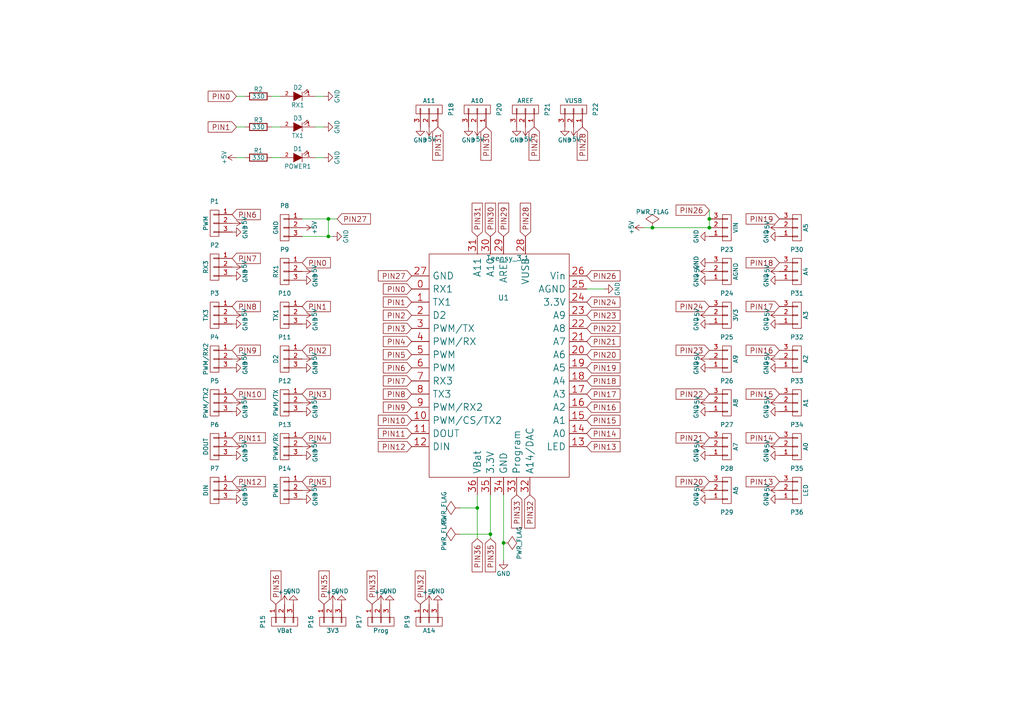
<source format=kicad_sch>
(kicad_sch (version 20230121) (generator eeschema)
  (paper "A4")
  (lib_symbols
    (symbol "TeensyProtoboard-rescue:+5V" (power) (pin_names (offset 0))
      (property "Value" "+5V" (at 0 3.556 0))
      (symbol "+5V_0_1"
        (polyline (pts (xy -0.762 1.27) (xy 0 2.54)))
        (polyline (pts (xy 0 0) (xy 0 2.54)))
        (polyline (pts (xy 0 2.54) (xy 0.762 1.27)))
      )
      (symbol "+5V_1_1"
        (pin power_in line (at 0 0 90) (length 0) hide (name "+5V") (number "1"))
      )
    )
    (symbol "TeensyProtoboard-rescue:CONN_01X03" (pin_names (offset 1.016) hide)
      (property "Reference" "P" (at 0 5.08 0))
      (property "Value" "CONN_01X03" (at 2.54 0 90))
      (symbol "CONN_01X03_0_1"
        (rectangle (start -1.27 -2.413) (end 0.254 -2.667))
        (rectangle (start -1.27 0.127) (end 0.254 -0.127))
        (rectangle (start -1.27 2.667) (end 0.254 2.413))
        (rectangle (start -1.27 3.81) (end 1.27 -3.81))
      )
      (symbol "CONN_01X03_1_1"
        (pin passive line (at -5.08 2.54 0) (length 3.81) (name "P1") (number "1"))
        (pin passive line (at -5.08 0 0) (length 3.81) (name "P2") (number "2"))
        (pin passive line (at -5.08 -2.54 0) (length 3.81) (name "P3") (number "3"))
      )
    )
    (symbol "TeensyProtoboard-rescue:GND" (power) (pin_names (offset 0))
      (property "Value" "GND" (at 0 -3.81 0))
      (symbol "GND_0_1"
        (polyline (pts (xy 0 0) (xy 0 -1.27) (xy 1.27 -1.27) (xy 0 -2.54) (xy -1.27 -1.27) (xy 0 -1.27)))
      )
      (symbol "GND_1_1"
        (pin power_in line (at 0 0 270) (length 0) hide (name "GND") (number "1"))
      )
    )
    (symbol "TeensyProtoboard-rescue:LED" (pin_names (offset 1.016) hide)
      (property "Reference" "D" (at 0 2.54 0))
      (property "Value" "LED" (at 0 -2.54 0))
      (symbol "LED_0_1"
        (polyline (pts (xy -1.27 1.27) (xy -1.27 -1.27)))
        (polyline (pts (xy -2.032 -0.635) (xy -3.175 -1.651) (xy -3.048 -1.016)))
        (polyline (pts (xy -1.651 -1.016) (xy -2.794 -2.032) (xy -2.667 -1.397)))
        (polyline (pts (xy 1.27 1.27) (xy -1.27 0) (xy 1.27 -1.27)) (fill (type outline)))
      )
      (symbol "LED_1_1"
        (pin passive line (at -5.08 0 0) (length 3.81) (name "K") (number "1"))
        (pin passive line (at 5.08 0 180) (length 3.81) (name "A") (number "2"))
      )
    )
    (symbol "TeensyProtoboard-rescue:PWR_FLAG" (power) (pin_numbers hide) (pin_names (offset 0) hide)
      (property "Value" "PWR_FLAG" (at 0 4.572 0))
      (symbol "PWR_FLAG_0_0"
        (pin power_out line (at 0 0 90) (length 0) (name "pwr") (number "1"))
      )
      (symbol "PWR_FLAG_0_1"
        (polyline (pts (xy 0 0) (xy 0 1.27) (xy -1.905 2.54) (xy 0 3.81) (xy 1.905 2.54) (xy 0 1.27)))
      )
    )
    (symbol "TeensyProtoboard-rescue:R" (pin_numbers hide) (pin_names (offset 0))
      (property "Reference" "R" (at 2.032 0 90))
      (property "Value" "R" (at 0 0 90))
      (symbol "R_0_1"
        (rectangle (start -1.016 -2.54) (end 1.016 2.54) (stroke (width 0.254)))
      )
      (symbol "R_1_1"
        (pin passive line (at 0 3.81 270) (length 1.27) (name "~") (number "1"))
        (pin passive line (at 0 -3.81 90) (length 1.27) (name "~") (number "2"))
      )
    )
    (symbol "TeensyProtoboard-rescue:Teensy_3.1_3.2" (pin_names (offset 1.016))
      (property "Reference" "U" (at 17.78 -27.94 0))
      (property "Value" "Teensy_3.1_3.2" (at 1.27 7.62 90))
      (symbol "Teensy_3.1_3.2_0_1"
        (rectangle (start 20.32 -25.4) (end -20.32 39.37))
      )
      (symbol "Teensy_3.1_3.2_1_1"
        (pin bidirectional line (at -25.4 29.21 0) (length 5.0038) (name "RX1") (number "0"))
        (pin bidirectional line (at -25.4 25.4 0) (length 5.0038) (name "TX1") (number "1"))
        (pin bidirectional line (at -25.4 -8.89 0) (length 5.0038) (name "PWM/CS/TX2") (number "10"))
        (pin bidirectional line (at -25.4 -12.7 0) (length 5.0038) (name "DOUT") (number "11"))
        (pin bidirectional line (at -25.4 -16.51 0) (length 5.0038) (name "DIN") (number "12"))
        (pin bidirectional line (at 25.4 -16.51 180) (length 5.0038) (name "LED") (number "13"))
        (pin bidirectional line (at 25.4 -12.7 180) (length 5.0038) (name "A0") (number "14"))
        (pin bidirectional line (at 25.4 -8.89 180) (length 5.0038) (name "A1") (number "15"))
        (pin bidirectional line (at 25.4 -5.08 180) (length 5.0038) (name "A2") (number "16"))
        (pin bidirectional line (at 25.4 -1.27 180) (length 5.0038) (name "A3") (number "17"))
        (pin bidirectional line (at 25.4 2.54 180) (length 5.0038) (name "A4") (number "18"))
        (pin bidirectional line (at 25.4 6.35 180) (length 5.0038) (name "A5") (number "19"))
        (pin bidirectional line (at -25.4 21.59 0) (length 5.0038) (name "D2") (number "2"))
        (pin bidirectional line (at 25.4 10.16 180) (length 5.0038) (name "A6") (number "20"))
        (pin bidirectional line (at 25.4 13.97 180) (length 5.0038) (name "A7") (number "21"))
        (pin bidirectional line (at 25.4 17.78 180) (length 5.0038) (name "A8") (number "22"))
        (pin bidirectional line (at 25.4 21.59 180) (length 5.0038) (name "A9") (number "23"))
        (pin power_out line (at 25.4 25.4 180) (length 5.0038) (name "3.3V") (number "24"))
        (pin power_in line (at 25.4 29.21 180) (length 5.0038) (name "AGND") (number "25"))
        (pin power_in line (at 25.4 33.02 180) (length 5.0038) (name "Vin") (number "26"))
        (pin power_in line (at -25.4 33.02 0) (length 5.0038) (name "GND") (number "27"))
        (pin input line (at 7.62 44.45 270) (length 5.08) (name "VUSB") (number "28"))
        (pin input line (at 1.27 44.45 270) (length 5.08) (name "AREF") (number "29"))
        (pin bidirectional line (at -25.4 17.78 0) (length 5.0038) (name "PWM/TX") (number "3"))
        (pin input line (at -2.54 44.45 270) (length 5.08) (name "A10") (number "30"))
        (pin input line (at -6.35 44.45 270) (length 5.08) (name "A11") (number "31"))
        (pin bidirectional line (at 8.89 -30.48 90) (length 5.0038) (name "A14/DAC") (number "32"))
        (pin bidirectional line (at 5.08 -30.48 90) (length 5.0038) (name "Program") (number "33"))
        (pin power_in line (at 1.27 -30.48 90) (length 5.0038) (name "GND") (number "34"))
        (pin power_in line (at -2.54 -30.48 90) (length 5.0038) (name "3.3V") (number "35"))
        (pin power_in line (at -6.35 -30.48 90) (length 5.0038) (name "VBat") (number "36"))
        (pin bidirectional line (at -25.4 13.97 0) (length 5.0038) (name "PWM/RX") (number "4"))
        (pin bidirectional line (at -25.4 10.16 0) (length 5.0038) (name "PWM") (number "5"))
        (pin bidirectional line (at -25.4 6.35 0) (length 5.0038) (name "PWM") (number "6"))
        (pin bidirectional line (at -25.4 2.54 0) (length 5.0038) (name "RX3") (number "7"))
        (pin bidirectional line (at -25.4 -1.27 0) (length 5.0038) (name "TX3") (number "8"))
        (pin bidirectional line (at -25.4 -5.08 0) (length 5.0038) (name "PWM/RX2") (number "9"))
      )
    )
  )
  (junction (at 205.74 63.5))
  (junction (at 138.43 147.32))
  (junction (at 189.23 66.04))
  (junction (at 95.25 68.58))
  (junction (at 205.74 66.04))
  (junction (at 146.05 157.48))
  (junction (at 142.24 154.94))
  (junction (at 95.25 63.5))
  (wire (pts (xy 78.74 45.72) (xy 81.28 45.72)))
  (wire (pts (xy 146.05 143.51) (xy 146.05 157.48)))
  (wire (pts (xy 142.24 143.51) (xy 142.24 154.94)))
  (wire (pts (xy 91.44 45.72) (xy 93.98 45.72)))
  (wire (pts (xy 95.25 68.58) (xy 87.63 68.58)))
  (wire (pts (xy 91.44 36.83) (xy 93.98 36.83)))
  (wire (pts (xy 95.25 63.5) (xy 97.79 63.5)))
  (wire (pts (xy 142.24 154.94) (xy 142.24 156.21)))
  (wire (pts (xy 133.35 154.94) (xy 142.24 154.94)))
  (wire (pts (xy 186.69 66.04) (xy 189.23 66.04)))
  (wire (pts (xy 68.58 27.94) (xy 71.12 27.94)))
  (wire (pts (xy 78.74 27.94) (xy 81.28 27.94)))
  (wire (pts (xy 68.58 36.83) (xy 71.12 36.83)))
  (wire (pts (xy 78.74 36.83) (xy 81.28 36.83)))
  (wire (pts (xy 138.43 147.32) (xy 138.43 156.21)))
  (wire (pts (xy 189.23 66.04) (xy 205.74 66.04)))
  (wire (pts (xy 138.43 143.51) (xy 138.43 147.32)))
  (wire (pts (xy 96.52 68.58) (xy 95.25 68.58)))
  (wire (pts (xy 205.74 66.04) (xy 205.74 63.5)))
  (wire (pts (xy 175.26 83.82) (xy 170.18 83.82)))
  (wire (pts (xy 133.35 147.32) (xy 138.43 147.32)))
  (wire (pts (xy 95.25 63.5) (xy 95.25 68.58)))
  (wire (pts (xy 87.63 63.5) (xy 95.25 63.5)))
  (wire (pts (xy 91.44 27.94) (xy 93.98 27.94)))
  (wire (pts (xy 68.58 45.72) (xy 71.12 45.72)))
  (wire (pts (xy 146.05 157.48) (xy 146.05 162.56)))
  (wire (pts (xy 205.74 63.5) (xy 205.74 60.96)))
  (global_label "PIN1" (shape input) (at 119.38 87.63 180) (effects (font (size 1.524 1.524))) (property "Intersheetrefs" "${INTERSHEET_REFS}" (effects hide)))
  (global_label "PIN32" (shape input) (at 153.67 143.51 270) (effects (font (size 1.524 1.524))) (property "Intersheetrefs" "${INTERSHEET_REFS}" (effects hide)))
  (global_label "PIN3" (shape input) (at 119.38 95.25 180) (effects (font (size 1.524 1.524))) (property "Intersheetrefs" "${INTERSHEET_REFS}" (effects hide)))
  (global_label "PIN5" (shape input) (at 87.63 139.7 0) (effects (font (size 1.524 1.524))) (property "Intersheetrefs" "${INTERSHEET_REFS}" (effects hide)))
  (global_label "PIN0" (shape input) (at 119.38 83.82 180) (effects (font (size 1.524 1.524))) (property "Intersheetrefs" "${INTERSHEET_REFS}" (effects hide)))
  (global_label "PIN16" (shape input) (at 170.18 118.11 0) (effects (font (size 1.524 1.524))) (property "Intersheetrefs" "${INTERSHEET_REFS}" (effects hide)))
  (global_label "PIN12" (shape input) (at 67.31 139.7 0) (effects (font (size 1.524 1.524))) (property "Intersheetrefs" "${INTERSHEET_REFS}" (effects hide)))
  (global_label "PIN28" (shape input) (at 152.4 68.58 90) (effects (font (size 1.524 1.524))) (property "Intersheetrefs" "${INTERSHEET_REFS}" (effects hide)))
  (global_label "PIN3" (shape input) (at 87.63 114.3 0) (effects (font (size 1.524 1.524))) (property "Intersheetrefs" "${INTERSHEET_REFS}" (effects hide)))
  (global_label "PIN32" (shape input) (at 121.92 175.26 90) (effects (font (size 1.524 1.524))) (property "Intersheetrefs" "${INTERSHEET_REFS}" (effects hide)))
  (global_label "PIN17" (shape input) (at 226.06 88.9 180) (effects (font (size 1.524 1.524))) (property "Intersheetrefs" "${INTERSHEET_REFS}" (effects hide)))
  (global_label "PIN19" (shape input) (at 226.06 63.5 180) (effects (font (size 1.524 1.524))) (property "Intersheetrefs" "${INTERSHEET_REFS}" (effects hide)))
  (global_label "PIN23" (shape input) (at 205.74 101.6 180) (effects (font (size 1.524 1.524))) (property "Intersheetrefs" "${INTERSHEET_REFS}" (effects hide)))
  (global_label "PIN4" (shape input) (at 119.38 99.06 180) (effects (font (size 1.524 1.524))) (property "Intersheetrefs" "${INTERSHEET_REFS}" (effects hide)))
  (global_label "PIN22" (shape input) (at 205.74 114.3 180) (effects (font (size 1.524 1.524))) (property "Intersheetrefs" "${INTERSHEET_REFS}" (effects hide)))
  (global_label "PIN17" (shape input) (at 170.18 114.3 0) (effects (font (size 1.524 1.524))) (property "Intersheetrefs" "${INTERSHEET_REFS}" (effects hide)))
  (global_label "PIN0" (shape input) (at 68.58 27.94 180) (effects (font (size 1.524 1.524))) (property "Intersheetrefs" "${INTERSHEET_REFS}" (effects hide)))
  (global_label "PIN33" (shape input) (at 149.86 143.51 270) (effects (font (size 1.524 1.524))) (property "Intersheetrefs" "${INTERSHEET_REFS}" (effects hide)))
  (global_label "PIN31" (shape input) (at 127 36.83 270) (effects (font (size 1.524 1.524))) (property "Intersheetrefs" "${INTERSHEET_REFS}" (effects hide)))
  (global_label "PIN29" (shape input) (at 154.94 36.83 270) (effects (font (size 1.524 1.524))) (property "Intersheetrefs" "${INTERSHEET_REFS}" (effects hide)))
  (global_label "PIN6" (shape input) (at 67.31 62.23 0) (effects (font (size 1.524 1.524))) (property "Intersheetrefs" "${INTERSHEET_REFS}" (effects hide)))
  (global_label "PIN36" (shape input) (at 80.01 175.26 90) (effects (font (size 1.524 1.524))) (property "Intersheetrefs" "${INTERSHEET_REFS}" (effects hide)))
  (global_label "PIN7" (shape input) (at 119.38 110.49 180) (effects (font (size 1.524 1.524))) (property "Intersheetrefs" "${INTERSHEET_REFS}" (effects hide)))
  (global_label "PIN27" (shape input) (at 119.38 80.01 180) (effects (font (size 1.524 1.524))) (property "Intersheetrefs" "${INTERSHEET_REFS}" (effects hide)))
  (global_label "PIN31" (shape input) (at 138.43 68.58 90) (effects (font (size 1.524 1.524))) (property "Intersheetrefs" "${INTERSHEET_REFS}" (effects hide)))
  (global_label "PIN18" (shape input) (at 170.18 110.49 0) (effects (font (size 1.524 1.524))) (property "Intersheetrefs" "${INTERSHEET_REFS}" (effects hide)))
  (global_label "PIN14" (shape input) (at 226.06 127 180) (effects (font (size 1.524 1.524))) (property "Intersheetrefs" "${INTERSHEET_REFS}" (effects hide)))
  (global_label "PIN1" (shape input) (at 87.63 88.9 0) (effects (font (size 1.524 1.524))) (property "Intersheetrefs" "${INTERSHEET_REFS}" (effects hide)))
  (global_label "PIN13" (shape input) (at 170.18 129.54 0) (effects (font (size 1.524 1.524))) (property "Intersheetrefs" "${INTERSHEET_REFS}" (effects hide)))
  (global_label "PIN16" (shape input) (at 226.06 101.6 180) (effects (font (size 1.524 1.524))) (property "Intersheetrefs" "${INTERSHEET_REFS}" (effects hide)))
  (global_label "PIN36" (shape input) (at 138.43 156.21 270) (effects (font (size 1.524 1.524))) (property "Intersheetrefs" "${INTERSHEET_REFS}" (effects hide)))
  (global_label "PIN24" (shape input) (at 205.74 88.9 180) (effects (font (size 1.524 1.524))) (property "Intersheetrefs" "${INTERSHEET_REFS}" (effects hide)))
  (global_label "PIN5" (shape input) (at 119.38 102.87 180) (effects (font (size 1.524 1.524))) (property "Intersheetrefs" "${INTERSHEET_REFS}" (effects hide)))
  (global_label "PIN0" (shape input) (at 87.63 76.2 0) (effects (font (size 1.524 1.524))) (property "Intersheetrefs" "${INTERSHEET_REFS}" (effects hide)))
  (global_label "PIN33" (shape input) (at 107.95 175.26 90) (effects (font (size 1.524 1.524))) (property "Intersheetrefs" "${INTERSHEET_REFS}" (effects hide)))
  (global_label "PIN10" (shape input) (at 119.38 121.92 180) (effects (font (size 1.524 1.524))) (property "Intersheetrefs" "${INTERSHEET_REFS}" (effects hide)))
  (global_label "PIN20" (shape input) (at 170.18 102.87 0) (effects (font (size 1.524 1.524))) (property "Intersheetrefs" "${INTERSHEET_REFS}" (effects hide)))
  (global_label "PIN11" (shape input) (at 67.31 127 0) (effects (font (size 1.524 1.524))) (property "Intersheetrefs" "${INTERSHEET_REFS}" (effects hide)))
  (global_label "PIN15" (shape input) (at 226.06 114.3 180) (effects (font (size 1.524 1.524))) (property "Intersheetrefs" "${INTERSHEET_REFS}" (effects hide)))
  (global_label "PIN21" (shape input) (at 170.18 99.06 0) (effects (font (size 1.524 1.524))) (property "Intersheetrefs" "${INTERSHEET_REFS}" (effects hide)))
  (global_label "PIN28" (shape input) (at 168.91 36.83 270) (effects (font (size 1.524 1.524))) (property "Intersheetrefs" "${INTERSHEET_REFS}" (effects hide)))
  (global_label "PIN12" (shape input) (at 119.38 129.54 180) (effects (font (size 1.524 1.524))) (property "Intersheetrefs" "${INTERSHEET_REFS}" (effects hide)))
  (global_label "PIN30" (shape input) (at 140.97 36.83 270) (effects (font (size 1.524 1.524))) (property "Intersheetrefs" "${INTERSHEET_REFS}" (effects hide)))
  (global_label "PIN9" (shape input) (at 67.31 101.6 0) (effects (font (size 1.524 1.524))) (property "Intersheetrefs" "${INTERSHEET_REFS}" (effects hide)))
  (global_label "PIN26" (shape input) (at 205.74 60.96 180) (effects (font (size 1.524 1.524))) (property "Intersheetrefs" "${INTERSHEET_REFS}" (effects hide)))
  (global_label "PIN10" (shape input) (at 67.31 114.3 0) (effects (font (size 1.524 1.524))) (property "Intersheetrefs" "${INTERSHEET_REFS}" (effects hide)))
  (global_label "PIN14" (shape input) (at 170.18 125.73 0) (effects (font (size 1.524 1.524))) (property "Intersheetrefs" "${INTERSHEET_REFS}" (effects hide)))
  (global_label "PIN23" (shape input) (at 170.18 91.44 0) (effects (font (size 1.524 1.524))) (property "Intersheetrefs" "${INTERSHEET_REFS}" (effects hide)))
  (global_label "PIN22" (shape input) (at 170.18 95.25 0) (effects (font (size 1.524 1.524))) (property "Intersheetrefs" "${INTERSHEET_REFS}" (effects hide)))
  (global_label "PIN2" (shape input) (at 119.38 91.44 180) (effects (font (size 1.524 1.524))) (property "Intersheetrefs" "${INTERSHEET_REFS}" (effects hide)))
  (global_label "PIN26" (shape input) (at 170.18 80.01 0) (effects (font (size 1.524 1.524))) (property "Intersheetrefs" "${INTERSHEET_REFS}" (effects hide)))
  (global_label "PIN13" (shape input) (at 226.06 139.7 180) (effects (font (size 1.524 1.524))) (property "Intersheetrefs" "${INTERSHEET_REFS}" (effects hide)))
  (global_label "PIN24" (shape input) (at 170.18 87.63 0) (effects (font (size 1.524 1.524))) (property "Intersheetrefs" "${INTERSHEET_REFS}" (effects hide)))
  (global_label "PIN18" (shape input) (at 226.06 76.2 180) (effects (font (size 1.524 1.524))) (property "Intersheetrefs" "${INTERSHEET_REFS}" (effects hide)))
  (global_label "PIN9" (shape input) (at 119.38 118.11 180) (effects (font (size 1.524 1.524))) (property "Intersheetrefs" "${INTERSHEET_REFS}" (effects hide)))
  (global_label "PIN6" (shape input) (at 119.38 106.68 180) (effects (font (size 1.524 1.524))) (property "Intersheetrefs" "${INTERSHEET_REFS}" (effects hide)))
  (global_label "PIN4" (shape input) (at 87.63 127 0) (effects (font (size 1.524 1.524))) (property "Intersheetrefs" "${INTERSHEET_REFS}" (effects hide)))
  (global_label "PIN21" (shape input) (at 205.74 127 180) (effects (font (size 1.524 1.524))) (property "Intersheetrefs" "${INTERSHEET_REFS}" (effects hide)))
  (global_label "PIN27" (shape input) (at 97.79 63.5 0) (effects (font (size 1.524 1.524))) (property "Intersheetrefs" "${INTERSHEET_REFS}" (effects hide)))
  (global_label "PIN20" (shape input) (at 205.74 139.7 180) (effects (font (size 1.524 1.524))) (property "Intersheetrefs" "${INTERSHEET_REFS}" (effects hide)))
  (global_label "PIN15" (shape input) (at 170.18 121.92 0) (effects (font (size 1.524 1.524))) (property "Intersheetrefs" "${INTERSHEET_REFS}" (effects hide)))
  (global_label "PIN29" (shape input) (at 146.05 68.58 90) (effects (font (size 1.524 1.524))) (property "Intersheetrefs" "${INTERSHEET_REFS}" (effects hide)))
  (global_label "PIN30" (shape input) (at 142.24 68.58 90) (effects (font (size 1.524 1.524))) (property "Intersheetrefs" "${INTERSHEET_REFS}" (effects hide)))
  (global_label "PIN19" (shape input) (at 170.18 106.68 0) (effects (font (size 1.524 1.524))) (property "Intersheetrefs" "${INTERSHEET_REFS}" (effects hide)))
  (global_label "PIN35" (shape input) (at 93.98 175.26 90) (effects (font (size 1.524 1.524))) (property "Intersheetrefs" "${INTERSHEET_REFS}" (effects hide)))
  (global_label "PIN1" (shape input) (at 68.58 36.83 180) (effects (font (size 1.524 1.524))) (property "Intersheetrefs" "${INTERSHEET_REFS}" (effects hide)))
  (global_label "PIN8" (shape input) (at 67.31 88.9 0) (effects (font (size 1.524 1.524))) (property "Intersheetrefs" "${INTERSHEET_REFS}" (effects hide)))
  (global_label "PIN35" (shape input) (at 142.24 156.21 270) (effects (font (size 1.524 1.524))) (property "Intersheetrefs" "${INTERSHEET_REFS}" (effects hide)))
  (global_label "PIN11" (shape input) (at 119.38 125.73 180) (effects (font (size 1.524 1.524))) (property "Intersheetrefs" "${INTERSHEET_REFS}" (effects hide)))
  (global_label "PIN8" (shape input) (at 119.38 114.3 180) (effects (font (size 1.524 1.524))) (property "Intersheetrefs" "${INTERSHEET_REFS}" (effects hide)))
  (global_label "PIN7" (shape input) (at 67.31 74.93 0) (effects (font (size 1.524 1.524))) (property "Intersheetrefs" "${INTERSHEET_REFS}" (effects hide)))
  (global_label "PIN2" (shape input) (at 87.63 101.6 0) (effects (font (size 1.524 1.524))) (property "Intersheetrefs" "${INTERSHEET_REFS}" (effects hide)))
  (symbol (lib_id "TeensyProtoboard-rescue:Teensy_3.1_3.2") (at 144.78 113.03 0) (unit 1)
    (property "Reference" "U1" (at 146.05 86.36 0) (effects (font (size 1.524 1.524))))
    (property "Value" "Teensy_3.1" (at 147.32 74.93 0) (effects (font (size 1.524 1.524))))
    (property "Footprint" "NorBotKiCadFootprints:Teensy-3.1_3.2" (effects hide))
  )
  (symbol (lib_id "TeensyProtoboard-rescue:CONN_01X03") (at 62.23 64.77 0) (mirror y) (unit 1)
    (property "Reference" "P1" (at 62.23 58.42 0))
    (property "Value" "PWM" (at 59.69 64.77 90))
    (property "Footprint" "Pin_Headers:Pin_Header_Straight_1x03" (effects hide))
  )
  (symbol (lib_id "TeensyProtoboard-rescue:GND") (at 96.52 68.58 90) (unit 1)
    (property "Reference" "#PWR01" (effects hide))
    (property "Value" "GND" (at 100.33 68.58 0))
  )
  (symbol (lib_id "TeensyProtoboard-rescue:GND") (at 87.63 81.28 90) (unit 1)
    (property "Reference" "#PWR02" (effects hide))
    (property "Value" "GND" (at 91.44 81.28 0))
  )
  (symbol (lib_id "TeensyProtoboard-rescue:GND") (at 87.63 93.98 90) (unit 1)
    (property "Reference" "#PWR03" (effects hide))
    (property "Value" "GND" (at 91.44 93.98 0))
  )
  (symbol (lib_id "TeensyProtoboard-rescue:GND") (at 87.63 106.68 90) (unit 1)
    (property "Reference" "#PWR04" (effects hide))
    (property "Value" "GND" (at 91.44 106.68 0))
  )
  (symbol (lib_id "TeensyProtoboard-rescue:GND") (at 87.63 119.38 90) (unit 1)
    (property "Reference" "#PWR05" (effects hide))
    (property "Value" "GND" (at 91.44 119.38 0))
  )
  (symbol (lib_id "TeensyProtoboard-rescue:GND") (at 87.63 132.08 90) (unit 1)
    (property "Reference" "#PWR06" (effects hide))
    (property "Value" "GND" (at 91.44 132.08 0))
  )
  (symbol (lib_id "TeensyProtoboard-rescue:GND") (at 87.63 144.78 90) (unit 1)
    (property "Reference" "#PWR07" (effects hide))
    (property "Value" "GND" (at 91.44 144.78 0))
  )
  (symbol (lib_id "TeensyProtoboard-rescue:GND") (at 67.31 144.78 90) (unit 1)
    (property "Reference" "#PWR08" (effects hide))
    (property "Value" "GND" (at 71.12 144.78 0))
  )
  (symbol (lib_id "TeensyProtoboard-rescue:GND") (at 67.31 132.08 90) (unit 1)
    (property "Reference" "#PWR09" (effects hide))
    (property "Value" "GND" (at 71.12 132.08 0))
  )
  (symbol (lib_id "TeensyProtoboard-rescue:GND") (at 67.31 119.38 90) (unit 1)
    (property "Reference" "#PWR010" (effects hide))
    (property "Value" "GND" (at 71.12 119.38 0))
  )
  (symbol (lib_id "TeensyProtoboard-rescue:GND") (at 67.31 106.68 90) (unit 1)
    (property "Reference" "#PWR011" (effects hide))
    (property "Value" "GND" (at 71.12 106.68 0))
  )
  (symbol (lib_id "TeensyProtoboard-rescue:GND") (at 67.31 93.98 90) (unit 1)
    (property "Reference" "#PWR012" (effects hide))
    (property "Value" "GND" (at 71.12 93.98 0))
  )
  (symbol (lib_id "TeensyProtoboard-rescue:GND") (at 67.31 80.01 90) (unit 1)
    (property "Reference" "#PWR013" (effects hide))
    (property "Value" "GND" (at 71.12 80.01 0))
  )
  (symbol (lib_id "TeensyProtoboard-rescue:GND") (at 67.31 67.31 90) (unit 1)
    (property "Reference" "#PWR014" (effects hide))
    (property "Value" "GND" (at 71.12 67.31 0))
  )
  (symbol (lib_id "TeensyProtoboard-rescue:GND") (at 205.74 68.58 270) (unit 1)
    (property "Reference" "#PWR015" (effects hide))
    (property "Value" "GND" (at 201.93 68.58 0))
  )
  (symbol (lib_id "TeensyProtoboard-rescue:GND") (at 205.74 81.28 270) (unit 1)
    (property "Reference" "#PWR016" (effects hide))
    (property "Value" "GND" (at 201.93 81.28 0))
  )
  (symbol (lib_id "TeensyProtoboard-rescue:GND") (at 205.74 93.98 270) (unit 1)
    (property "Reference" "#PWR017" (effects hide))
    (property "Value" "GND" (at 201.93 93.98 0))
  )
  (symbol (lib_id "TeensyProtoboard-rescue:GND") (at 205.74 106.68 270) (unit 1)
    (property "Reference" "#PWR018" (effects hide))
    (property "Value" "GND" (at 201.93 106.68 0))
  )
  (symbol (lib_id "TeensyProtoboard-rescue:GND") (at 205.74 119.38 270) (unit 1)
    (property "Reference" "#PWR019" (effects hide))
    (property "Value" "GND" (at 201.93 119.38 0))
  )
  (symbol (lib_id "TeensyProtoboard-rescue:GND") (at 205.74 132.08 270) (unit 1)
    (property "Reference" "#PWR020" (effects hide))
    (property "Value" "GND" (at 201.93 132.08 0))
  )
  (symbol (lib_id "TeensyProtoboard-rescue:GND") (at 205.74 144.78 270) (unit 1)
    (property "Reference" "#PWR021" (effects hide))
    (property "Value" "GND" (at 201.93 144.78 0))
  )
  (symbol (lib_id "TeensyProtoboard-rescue:GND") (at 226.06 144.78 270) (unit 1)
    (property "Reference" "#PWR022" (effects hide))
    (property "Value" "GND" (at 222.25 144.78 0))
  )
  (symbol (lib_id "TeensyProtoboard-rescue:GND") (at 226.06 132.08 270) (unit 1)
    (property "Reference" "#PWR023" (effects hide))
    (property "Value" "GND" (at 222.25 132.08 0))
  )
  (symbol (lib_id "TeensyProtoboard-rescue:GND") (at 226.06 119.38 270) (unit 1)
    (property "Reference" "#PWR024" (effects hide))
    (property "Value" "GND" (at 222.25 119.38 0))
  )
  (symbol (lib_id "TeensyProtoboard-rescue:GND") (at 226.06 106.68 270) (unit 1)
    (property "Reference" "#PWR025" (effects hide))
    (property "Value" "GND" (at 222.25 106.68 0))
  )
  (symbol (lib_id "TeensyProtoboard-rescue:GND") (at 226.06 93.98 270) (unit 1)
    (property "Reference" "#PWR026" (effects hide))
    (property "Value" "GND" (at 222.25 93.98 0))
  )
  (symbol (lib_id "TeensyProtoboard-rescue:GND") (at 226.06 81.28 270) (unit 1)
    (property "Reference" "#PWR027" (effects hide))
    (property "Value" "GND" (at 222.25 81.28 0))
  )
  (symbol (lib_id "TeensyProtoboard-rescue:GND") (at 226.06 68.58 270) (unit 1)
    (property "Reference" "#PWR028" (effects hide))
    (property "Value" "GND" (at 222.25 68.58 0))
  )
  (symbol (lib_id "TeensyProtoboard-rescue:+5V") (at 87.63 66.04 270) (unit 1)
    (property "Reference" "#PWR029" (effects hide))
    (property "Value" "+5V" (at 91.186 66.04 0))
  )
  (symbol (lib_id "TeensyProtoboard-rescue:+5V") (at 87.63 78.74 270) (unit 1)
    (property "Reference" "#PWR030" (effects hide))
    (property "Value" "+5V" (at 91.186 78.74 0))
  )
  (symbol (lib_id "TeensyProtoboard-rescue:+5V") (at 87.63 91.44 270) (unit 1)
    (property "Reference" "#PWR031" (effects hide))
    (property "Value" "+5V" (at 91.186 91.44 0))
  )
  (symbol (lib_id "TeensyProtoboard-rescue:+5V") (at 87.63 104.14 270) (unit 1)
    (property "Reference" "#PWR032" (effects hide))
    (property "Value" "+5V" (at 91.186 104.14 0))
  )
  (symbol (lib_id "TeensyProtoboard-rescue:+5V") (at 87.63 116.84 270) (unit 1)
    (property "Reference" "#PWR033" (effects hide))
    (property "Value" "+5V" (at 91.186 116.84 0))
  )
  (symbol (lib_id "TeensyProtoboard-rescue:+5V") (at 87.63 129.54 270) (unit 1)
    (property "Reference" "#PWR034" (effects hide))
    (property "Value" "+5V" (at 91.186 129.54 0))
  )
  (symbol (lib_id "TeensyProtoboard-rescue:+5V") (at 87.63 142.24 270) (unit 1)
    (property "Reference" "#PWR035" (effects hide))
    (property "Value" "+5V" (at 91.186 142.24 0))
  )
  (symbol (lib_id "TeensyProtoboard-rescue:+5V") (at 67.31 142.24 270) (unit 1)
    (property "Reference" "#PWR036" (effects hide))
    (property "Value" "+5V" (at 70.866 142.24 0))
  )
  (symbol (lib_id "TeensyProtoboard-rescue:+5V") (at 67.31 129.54 270) (unit 1)
    (property "Reference" "#PWR037" (effects hide))
    (property "Value" "+5V" (at 70.866 129.54 0))
  )
  (symbol (lib_id "TeensyProtoboard-rescue:+5V") (at 67.31 116.84 270) (unit 1)
    (property "Reference" "#PWR038" (effects hide))
    (property "Value" "+5V" (at 70.866 116.84 0))
  )
  (symbol (lib_id "TeensyProtoboard-rescue:+5V") (at 67.31 104.14 270) (unit 1)
    (property "Reference" "#PWR039" (effects hide))
    (property "Value" "+5V" (at 70.866 104.14 0))
  )
  (symbol (lib_id "TeensyProtoboard-rescue:+5V") (at 67.31 91.44 270) (unit 1)
    (property "Reference" "#PWR040" (effects hide))
    (property "Value" "+5V" (at 70.866 91.44 0))
  )
  (symbol (lib_id "TeensyProtoboard-rescue:+5V") (at 67.31 77.47 270) (unit 1)
    (property "Reference" "#PWR041" (effects hide))
    (property "Value" "+5V" (at 70.866 77.47 0))
  )
  (symbol (lib_id "TeensyProtoboard-rescue:+5V") (at 67.31 64.77 270) (unit 1)
    (property "Reference" "#PWR042" (effects hide))
    (property "Value" "+5V" (at 70.866 64.77 0))
  )
  (symbol (lib_id "TeensyProtoboard-rescue:+5V") (at 186.69 66.04 90) (unit 1)
    (property "Reference" "#PWR043" (effects hide))
    (property "Value" "+5V" (at 183.134 66.04 0))
  )
  (symbol (lib_id "TeensyProtoboard-rescue:+5V") (at 205.74 78.74 90) (unit 1)
    (property "Reference" "#PWR044" (effects hide))
    (property "Value" "+5V" (at 202.184 78.74 0))
  )
  (symbol (lib_id "TeensyProtoboard-rescue:+5V") (at 205.74 91.44 90) (unit 1)
    (property "Reference" "#PWR045" (effects hide))
    (property "Value" "+5V" (at 202.184 91.44 0))
  )
  (symbol (lib_id "TeensyProtoboard-rescue:+5V") (at 205.74 104.14 90) (unit 1)
    (property "Reference" "#PWR046" (effects hide))
    (property "Value" "+5V" (at 202.184 104.14 0))
  )
  (symbol (lib_id "TeensyProtoboard-rescue:+5V") (at 205.74 116.84 90) (unit 1)
    (property "Reference" "#PWR047" (effects hide))
    (property "Value" "+5V" (at 202.184 116.84 0))
  )
  (symbol (lib_id "TeensyProtoboard-rescue:+5V") (at 205.74 129.54 90) (unit 1)
    (property "Reference" "#PWR048" (effects hide))
    (property "Value" "+5V" (at 202.184 129.54 0))
  )
  (symbol (lib_id "TeensyProtoboard-rescue:+5V") (at 205.74 142.24 90) (unit 1)
    (property "Reference" "#PWR049" (effects hide))
    (property "Value" "+5V" (at 202.184 142.24 0))
  )
  (symbol (lib_id "TeensyProtoboard-rescue:+5V") (at 226.06 142.24 90) (unit 1)
    (property "Reference" "#PWR050" (effects hide))
    (property "Value" "+5V" (at 222.504 142.24 0))
  )
  (symbol (lib_id "TeensyProtoboard-rescue:+5V") (at 226.06 129.54 90) (unit 1)
    (property "Reference" "#PWR051" (effects hide))
    (property "Value" "+5V" (at 222.504 129.54 0))
  )
  (symbol (lib_id "TeensyProtoboard-rescue:+5V") (at 226.06 116.84 90) (unit 1)
    (property "Reference" "#PWR052" (effects hide))
    (property "Value" "+5V" (at 222.504 116.84 0))
  )
  (symbol (lib_id "TeensyProtoboard-rescue:+5V") (at 226.06 104.14 90) (unit 1)
    (property "Reference" "#PWR053" (effects hide))
    (property "Value" "+5V" (at 222.504 104.14 0))
  )
  (symbol (lib_id "TeensyProtoboard-rescue:+5V") (at 226.06 91.44 90) (unit 1)
    (property "Reference" "#PWR054" (effects hide))
    (property "Value" "+5V" (at 222.504 91.44 0))
  )
  (symbol (lib_id "TeensyProtoboard-rescue:+5V") (at 226.06 78.74 90) (unit 1)
    (property "Reference" "#PWR055" (effects hide))
    (property "Value" "+5V" (at 222.504 78.74 0))
  )
  (symbol (lib_id "TeensyProtoboard-rescue:+5V") (at 226.06 66.04 90) (unit 1)
    (property "Reference" "#PWR056" (effects hide))
    (property "Value" "+5V" (at 222.504 66.04 0))
  )
  (symbol (lib_id "TeensyProtoboard-rescue:GND") (at 146.05 162.56 0) (unit 1)
    (property "Reference" "#PWR057" (effects hide))
    (property "Value" "GND" (at 146.05 166.37 0))
  )
  (symbol (lib_id "TeensyProtoboard-rescue:PWR_FLAG") (at 146.05 157.48 270) (unit 1)
    (property "Reference" "#FLG058" (effects hide))
    (property "Value" "PWR_FLAG" (at 150.622 157.48 0))
  )
  (symbol (lib_id "TeensyProtoboard-rescue:GND") (at 127 175.26 180) (unit 1)
    (property "Reference" "#PWR059" (effects hide))
    (property "Value" "GND" (at 127 171.45 0))
  )
  (symbol (lib_id "TeensyProtoboard-rescue:GND") (at 113.03 175.26 180) (unit 1)
    (property "Reference" "#PWR060" (effects hide))
    (property "Value" "GND" (at 113.03 171.45 0))
  )
  (symbol (lib_id "TeensyProtoboard-rescue:GND") (at 99.06 175.26 180) (unit 1)
    (property "Reference" "#PWR061" (effects hide))
    (property "Value" "GND" (at 99.06 171.45 0))
  )
  (symbol (lib_id "TeensyProtoboard-rescue:GND") (at 85.09 175.26 180) (unit 1)
    (property "Reference" "#PWR062" (effects hide))
    (property "Value" "GND" (at 85.09 171.45 0))
  )
  (symbol (lib_id "TeensyProtoboard-rescue:+5V") (at 82.55 175.26 0) (unit 1)
    (property "Reference" "#PWR063" (effects hide))
    (property "Value" "+5V" (at 82.55 171.704 0))
  )
  (symbol (lib_id "TeensyProtoboard-rescue:+5V") (at 96.52 175.26 0) (unit 1)
    (property "Reference" "#PWR064" (effects hide))
    (property "Value" "+5V" (at 96.52 171.704 0))
  )
  (symbol (lib_id "TeensyProtoboard-rescue:+5V") (at 110.49 175.26 0) (unit 1)
    (property "Reference" "#PWR081" (effects hide))
    (property "Value" "+5V" (at 110.49 171.704 0))
  )
  (symbol (lib_id "TeensyProtoboard-rescue:+5V") (at 124.46 175.26 0) (unit 1)
    (property "Reference" "#PWR065" (effects hide))
    (property "Value" "+5V" (at 124.46 171.704 0))
  )
  (symbol (lib_id "TeensyProtoboard-rescue:PWR_FLAG") (at 189.23 66.04 0) (unit 1)
    (property "Reference" "#FLG066" (effects hide))
    (property "Value" "PWR_FLAG" (at 189.23 61.468 0))
  )
  (symbol (lib_id "TeensyProtoboard-rescue:+5V") (at 68.58 45.72 90) (unit 1)
    (property "Reference" "#PWR067" (effects hide))
    (property "Value" "+5V" (at 65.024 45.72 0))
  )
  (symbol (lib_id "TeensyProtoboard-rescue:R") (at 74.93 45.72 90) (unit 1)
    (property "Reference" "R1" (at 74.93 43.688 90))
    (property "Value" "330" (at 74.93 45.72 90))
    (property "Footprint" "Resistors_SMD:R_0805_HandSoldering" (effects hide))
  )
  (symbol (lib_id "TeensyProtoboard-rescue:LED") (at 86.36 45.72 180) (unit 1)
    (property "Reference" "POWER1" (at 86.36 48.26 0))
    (property "Value" "D1" (at 86.36 43.18 0))
    (property "Footprint" "Diodes_SMD:SMB_Standard" (effects hide))
  )
  (symbol (lib_id "TeensyProtoboard-rescue:GND") (at 93.98 45.72 90) (unit 1)
    (property "Reference" "#PWR068" (effects hide))
    (property "Value" "GND" (at 97.79 45.72 0))
  )
  (symbol (lib_id "TeensyProtoboard-rescue:GND") (at 205.74 76.2 270) (unit 1)
    (property "Reference" "#PWR069" (effects hide))
    (property "Value" "GND" (at 201.93 76.2 0))
  )
  (symbol (lib_id "TeensyProtoboard-rescue:GND") (at 175.26 83.82 90) (unit 1)
    (property "Reference" "#PWR070" (effects hide))
    (property "Value" "GND" (at 179.07 83.82 0))
  )
  (symbol (lib_id "TeensyProtoboard-rescue:PWR_FLAG") (at 133.35 147.32 90) (unit 1)
    (property "Reference" "#FLG071" (effects hide))
    (property "Value" "PWR_FLAG" (at 128.778 147.32 0))
  )
  (symbol (lib_id "TeensyProtoboard-rescue:PWR_FLAG") (at 133.35 154.94 90) (unit 1)
    (property "Reference" "#FLG072" (effects hide))
    (property "Value" "PWR_FLAG" (at 128.778 154.94 0))
  )
  (symbol (lib_id "TeensyProtoboard-rescue:GND") (at 121.92 36.83 0) (unit 1)
    (property "Reference" "#PWR073" (effects hide))
    (property "Value" "GND" (at 121.92 40.64 0))
  )
  (symbol (lib_id "TeensyProtoboard-rescue:+5V") (at 124.46 36.83 180) (unit 1)
    (property "Reference" "#PWR074" (effects hide))
    (property "Value" "+5V" (at 124.46 40.386 0))
  )
  (symbol (lib_id "TeensyProtoboard-rescue:GND") (at 135.89 36.83 0) (unit 1)
    (property "Reference" "#PWR075" (effects hide))
    (property "Value" "GND" (at 135.89 40.64 0))
  )
  (symbol (lib_id "TeensyProtoboard-rescue:GND") (at 149.86 36.83 0) (unit 1)
    (property "Reference" "#PWR076" (effects hide))
    (property "Value" "GND" (at 149.86 40.64 0))
  )
  (symbol (lib_id "TeensyProtoboard-rescue:GND") (at 163.83 36.83 0) (unit 1)
    (property "Reference" "#PWR077" (effects hide))
    (property "Value" "GND" (at 163.83 40.64 0))
  )
  (symbol (lib_id "TeensyProtoboard-rescue:+5V") (at 138.43 36.83 180) (unit 1)
    (property "Reference" "#PWR078" (effects hide))
    (property "Value" "+5V" (at 138.43 40.386 0))
  )
  (symbol (lib_id "TeensyProtoboard-rescue:+5V") (at 152.4 36.83 180) (unit 1)
    (property "Reference" "#PWR079" (effects hide))
    (property "Value" "+5V" (at 152.4 40.386 0))
  )
  (symbol (lib_id "TeensyProtoboard-rescue:+5V") (at 166.37 36.83 180) (unit 1)
    (property "Reference" "#PWR080" (effects hide))
    (property "Value" "+5V" (at 166.37 40.386 0))
  )
  (symbol (lib_id "TeensyProtoboard-rescue:CONN_01X03") (at 62.23 77.47 0) (mirror y) (unit 1)
    (property "Reference" "P2" (at 62.23 71.12 0))
    (property "Value" "RX3" (at 59.69 77.47 90))
    (property "Footprint" "Pin_Headers:Pin_Header_Straight_1x03" (effects hide))
  )
  (symbol (lib_id "TeensyProtoboard-rescue:CONN_01X03") (at 62.23 91.44 0) (mirror y) (unit 1)
    (property "Reference" "P3" (at 62.23 85.09 0))
    (property "Value" "TX3" (at 59.69 91.44 90))
    (property "Footprint" "Pin_Headers:Pin_Header_Straight_1x03" (effects hide))
  )
  (symbol (lib_id "TeensyProtoboard-rescue:CONN_01X03") (at 62.23 104.14 0) (mirror y) (unit 1)
    (property "Reference" "P4" (at 62.23 97.79 0))
    (property "Value" "PWM/RX2" (at 59.69 104.14 90))
    (property "Footprint" "Pin_Headers:Pin_Header_Straight_1x03" (effects hide))
  )
  (symbol (lib_id "TeensyProtoboard-rescue:CONN_01X03") (at 62.23 116.84 0) (mirror y) (unit 1)
    (property "Reference" "P5" (at 62.23 110.49 0))
    (property "Value" "PWM/TX2" (at 59.69 116.84 90))
    (property "Footprint" "Pin_Headers:Pin_Header_Straight_1x03" (effects hide))
  )
  (symbol (lib_id "TeensyProtoboard-rescue:CONN_01X03") (at 62.23 129.54 0) (mirror y) (unit 1)
    (property "Reference" "P6" (at 62.23 123.19 0))
    (property "Value" "DOUT" (at 59.69 129.54 90))
    (property "Footprint" "Pin_Headers:Pin_Header_Straight_1x03" (effects hide))
  )
  (symbol (lib_id "TeensyProtoboard-rescue:CONN_01X03") (at 62.23 142.24 0) (mirror y) (unit 1)
    (property "Reference" "P7" (at 62.23 135.89 0))
    (property "Value" "DIN" (at 59.69 142.24 90))
    (property "Footprint" "Pin_Headers:Pin_Header_Straight_1x03" (effects hide))
  )
  (symbol (lib_id "TeensyProtoboard-rescue:CONN_01X03") (at 82.55 142.24 0) (mirror y) (unit 1)
    (property "Reference" "P14" (at 82.55 135.89 0))
    (property "Value" "PWM" (at 80.01 142.24 90))
    (property "Footprint" "Pin_Headers:Pin_Header_Straight_1x03" (effects hide))
  )
  (symbol (lib_id "TeensyProtoboard-rescue:CONN_01X03") (at 82.55 129.54 0) (mirror y) (unit 1)
    (property "Reference" "P13" (at 82.55 123.19 0))
    (property "Value" "PWM/RX" (at 80.01 129.54 90))
    (property "Footprint" "Pin_Headers:Pin_Header_Straight_1x03" (effects hide))
  )
  (symbol (lib_id "TeensyProtoboard-rescue:CONN_01X03") (at 82.55 116.84 0) (mirror y) (unit 1)
    (property "Reference" "P12" (at 82.55 110.49 0))
    (property "Value" "PWM/TX" (at 80.01 116.84 90))
    (property "Footprint" "Pin_Headers:Pin_Header_Straight_1x03" (effects hide))
  )
  (symbol (lib_id "TeensyProtoboard-rescue:CONN_01X03") (at 82.55 104.14 0) (mirror y) (unit 1)
    (property "Reference" "P11" (at 82.55 97.79 0))
    (property "Value" "D2" (at 80.01 104.14 90))
    (property "Footprint" "Pin_Headers:Pin_Header_Straight_1x03" (effects hide))
  )
  (symbol (lib_id "TeensyProtoboard-rescue:CONN_01X03") (at 82.55 91.44 0) (mirror y) (unit 1)
    (property "Reference" "P10" (at 82.55 85.09 0))
    (property "Value" "TX1" (at 80.01 91.44 90))
    (property "Footprint" "Pin_Headers:Pin_Header_Straight_1x03" (effects hide))
  )
  (symbol (lib_id "TeensyProtoboard-rescue:CONN_01X03") (at 82.55 78.74 0) (mirror y) (unit 1)
    (property "Reference" "P9" (at 82.55 72.39 0))
    (property "Value" "RX1" (at 80.01 78.74 90))
    (property "Footprint" "Pin_Headers:Pin_Header_Straight_1x03" (effects hide))
  )
  (symbol (lib_id "TeensyProtoboard-rescue:CONN_01X03") (at 82.55 66.04 0) (mirror y) (unit 1)
    (property "Reference" "P8" (at 82.55 59.69 0))
    (property "Value" "GND" (at 80.01 66.04 90))
    (property "Footprint" "Pin_Headers:Pin_Header_Straight_1x03" (effects hide))
  )
  (symbol (lib_id "TeensyProtoboard-rescue:CONN_01X03") (at 82.55 180.34 90) (mirror x) (unit 1)
    (property "Reference" "P15" (at 76.2 180.34 0))
    (property "Value" "VBat" (at 82.55 182.88 90))
    (property "Footprint" "Pin_Headers:Pin_Header_Straight_1x03" (effects hide))
  )
  (symbol (lib_id "TeensyProtoboard-rescue:CONN_01X03") (at 96.52 180.34 90) (mirror x) (unit 1)
    (property "Reference" "P16" (at 90.17 180.34 0))
    (property "Value" "3V3" (at 96.52 182.88 90))
    (property "Footprint" "Pin_Headers:Pin_Header_Straight_1x03" (effects hide))
  )
  (symbol (lib_id "TeensyProtoboard-rescue:CONN_01X03") (at 110.49 180.34 90) (mirror x) (unit 1)
    (property "Reference" "P17" (at 104.14 180.34 0))
    (property "Value" "Prog" (at 110.49 182.88 90))
    (property "Footprint" "Pin_Headers:Pin_Header_Straight_1x03" (effects hide))
  )
  (symbol (lib_id "TeensyProtoboard-rescue:CONN_01X03") (at 124.46 180.34 90) (mirror x) (unit 1)
    (property "Reference" "P19" (at 118.11 180.34 0))
    (property "Value" "A14" (at 124.46 182.88 90))
    (property "Footprint" "Pin_Headers:Pin_Header_Straight_1x03" (effects hide))
  )
  (symbol (lib_id "TeensyProtoboard-rescue:CONN_01X03") (at 210.82 142.24 0) (mirror x) (unit 1)
    (property "Reference" "P29" (at 210.82 148.59 0))
    (property "Value" "A6" (at 213.36 142.24 90))
    (property "Footprint" "Pin_Headers:Pin_Header_Straight_1x03" (effects hide))
  )
  (symbol (lib_id "TeensyProtoboard-rescue:CONN_01X03") (at 210.82 129.54 0) (mirror x) (unit 1)
    (property "Reference" "P28" (at 210.82 135.89 0))
    (property "Value" "A7" (at 213.36 129.54 90))
    (property "Footprint" "Pin_Headers:Pin_Header_Straight_1x03" (effects hide))
  )
  (symbol (lib_id "TeensyProtoboard-rescue:CONN_01X03") (at 210.82 116.84 0) (mirror x) (unit 1)
    (property "Reference" "P27" (at 210.82 123.19 0))
    (property "Value" "A8" (at 213.36 116.84 90))
    (property "Footprint" "Pin_Headers:Pin_Header_Straight_1x03" (effects hide))
  )
  (symbol (lib_id "TeensyProtoboard-rescue:CONN_01X03") (at 210.82 104.14 0) (mirror x) (unit 1)
    (property "Reference" "P26" (at 210.82 110.49 0))
    (property "Value" "A9" (at 213.36 104.14 90))
    (property "Footprint" "Pin_Headers:Pin_Header_Straight_1x03" (effects hide))
  )
  (symbol (lib_id "TeensyProtoboard-rescue:CONN_01X03") (at 210.82 91.44 0) (mirror x) (unit 1)
    (property "Reference" "P25" (at 210.82 97.79 0))
    (property "Value" "3V3" (at 213.36 91.44 90))
    (property "Footprint" "Pin_Headers:Pin_Header_Straight_1x03" (effects hide))
  )
  (symbol (lib_id "TeensyProtoboard-rescue:CONN_01X03") (at 210.82 78.74 0) (mirror x) (unit 1)
    (property "Reference" "P24" (at 210.82 85.09 0))
    (property "Value" "AGND" (at 213.36 78.74 90))
    (property "Footprint" "Pin_Headers:Pin_Header_Straight_1x03" (effects hide))
  )
  (symbol (lib_id "TeensyProtoboard-rescue:CONN_01X03") (at 210.82 66.04 0) (mirror x) (unit 1)
    (property "Reference" "P23" (at 210.82 72.39 0))
    (property "Value" "VIN" (at 213.36 66.04 90))
    (property "Footprint" "Pin_Headers:Pin_Header_Straight_1x03" (effects hide))
  )
  (symbol (lib_id "TeensyProtoboard-rescue:CONN_01X03") (at 231.14 66.04 0) (mirror x) (unit 1)
    (property "Reference" "P30" (at 231.14 72.39 0))
    (property "Value" "A5" (at 233.68 66.04 90))
    (property "Footprint" "Pin_Headers:Pin_Header_Straight_1x03" (effects hide))
  )
  (symbol (lib_id "TeensyProtoboard-rescue:CONN_01X03") (at 231.14 78.74 0) (mirror x) (unit 1)
    (property "Reference" "P31" (at 231.14 85.09 0))
    (property "Value" "A4" (at 233.68 78.74 90))
    (property "Footprint" "Pin_Headers:Pin_Header_Straight_1x03" (effects hide))
  )
  (symbol (lib_id "TeensyProtoboard-rescue:CONN_01X03") (at 231.14 91.44 0) (mirror x) (unit 1)
    (property "Reference" "P32" (at 231.14 97.79 0))
    (property "Value" "A3" (at 233.68 91.44 90))
    (property "Footprint" "Pin_Headers:Pin_Header_Straight_1x03" (effects hide))
  )
  (symbol (lib_id "TeensyProtoboard-rescue:CONN_01X03") (at 231.14 104.14 0) (mirror x) (unit 1)
    (property "Reference" "P33" (at 231.14 110.49 0))
    (property "Value" "A2" (at 233.68 104.14 90))
    (property "Footprint" "Pin_Headers:Pin_Header_Straight_1x03" (effects hide))
  )
  (symbol (lib_id "TeensyProtoboard-rescue:CONN_01X03") (at 231.14 116.84 0) (mirror x) (unit 1)
    (property "Reference" "P34" (at 231.14 123.19 0))
    (property "Value" "A1" (at 233.68 116.84 90))
    (property "Footprint" "Pin_Headers:Pin_Header_Straight_1x03" (effects hide))
  )
  (symbol (lib_id "TeensyProtoboard-rescue:CONN_01X03") (at 231.14 129.54 0) (mirror x) (unit 1)
    (property "Reference" "P35" (at 231.14 135.89 0))
    (property "Value" "A0" (at 233.68 129.54 90))
    (property "Footprint" "Pin_Headers:Pin_Header_Straight_1x03" (effects hide))
  )
  (symbol (lib_id "TeensyProtoboard-rescue:CONN_01X03") (at 231.14 142.24 0) (mirror x) (unit 1)
    (property "Reference" "P36" (at 231.14 148.59 0))
    (property "Value" "LED" (at 233.68 142.24 90))
    (property "Footprint" "Pin_Headers:Pin_Header_Straight_1x03" (effects hide))
  )
  (symbol (lib_id "TeensyProtoboard-rescue:CONN_01X03") (at 166.37 31.75 270) (mirror x) (unit 1)
    (property "Reference" "P22" (at 172.72 31.75 0))
    (property "Value" "VUSB" (at 166.37 29.21 90))
    (property "Footprint" "Pin_Headers:Pin_Header_Straight_1x03" (effects hide))
  )
  (symbol (lib_id "TeensyProtoboard-rescue:CONN_01X03") (at 152.4 31.75 270) (mirror x) (unit 1)
    (property "Reference" "P21" (at 158.75 31.75 0))
    (property "Value" "AREF" (at 152.4 29.21 90))
    (property "Footprint" "Pin_Headers:Pin_Header_Straight_1x03" (effects hide))
  )
  (symbol (lib_id "TeensyProtoboard-rescue:CONN_01X03") (at 138.43 31.75 270) (mirror x) (unit 1)
    (property "Reference" "P20" (at 144.78 31.75 0))
    (property "Value" "A10" (at 138.43 29.21 90))
    (property "Footprint" "Pin_Headers:Pin_Header_Straight_1x03" (effects hide))
  )
  (symbol (lib_id "TeensyProtoboard-rescue:CONN_01X03") (at 124.46 31.75 270) (mirror x) (unit 1)
    (property "Reference" "P18" (at 130.81 31.75 0))
    (property "Value" "A11" (at 124.46 29.21 90))
    (property "Footprint" "Pin_Headers:Pin_Header_Straight_1x03" (effects hide))
  )
  (symbol (lib_id "TeensyProtoboard-rescue:R") (at 74.93 36.83 90) (unit 1)
    (property "Reference" "R3" (at 74.93 34.798 90))
    (property "Value" "330" (at 74.93 36.83 90))
    (property "Footprint" "Resistors_SMD:R_0805_HandSoldering" (effects hide))
  )
  (symbol (lib_id "TeensyProtoboard-rescue:LED") (at 86.36 36.83 180) (unit 1)
    (property "Reference" "TX1" (at 86.36 39.37 0))
    (property "Value" "D3" (at 86.36 34.29 0))
    (property "Footprint" "Diodes_SMD:SMB_Standard" (effects hide))
  )
  (symbol (lib_id "TeensyProtoboard-rescue:GND") (at 93.98 36.83 90) (unit 1)
    (property "Reference" "#PWR082" (effects hide))
    (property "Value" "GND" (at 97.79 36.83 0))
  )
  (symbol (lib_id "TeensyProtoboard-rescue:R") (at 74.93 27.94 90) (unit 1)
    (property "Reference" "R2" (at 74.93 25.908 90))
    (property "Value" "330" (at 74.93 27.94 90))
    (property "Footprint" "Resistors_SMD:R_0805_HandSoldering" (effects hide))
  )
  (symbol (lib_id "TeensyProtoboard-rescue:LED") (at 86.36 27.94 180) (unit 1)
    (property "Reference" "RX1" (at 86.36 30.48 0))
    (property "Value" "D2" (at 86.36 25.4 0))
    (property "Footprint" "Diodes_SMD:SMB_Standard" (effects hide))
  )
  (symbol (lib_id "TeensyProtoboard-rescue:GND") (at 93.98 27.94 90) (unit 1)
    (property "Reference" "#PWR083" (effects hide))
    (property "Value" "GND" (at 97.79 27.94 0))
  )
)
</source>
